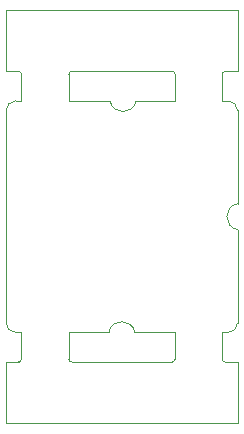
<source format=gbr>
%TF.GenerationSoftware,KiCad,Pcbnew,6.0.7+dfsg-1~bpo11+1*%
%TF.CreationDate,2022-10-12T02:23:59+00:00*%
%TF.ProjectId,0101-SERIAL-CP2102N,30313031-2d53-4455-9249-414c2d435032,V1.1*%
%TF.SameCoordinates,Original*%
%TF.FileFunction,Profile,NP*%
%FSLAX46Y46*%
G04 Gerber Fmt 4.6, Leading zero omitted, Abs format (unit mm)*
G04 Created by KiCad (PCBNEW 6.0.7+dfsg-1~bpo11+1) date 2022-10-12 02:23:59*
%MOMM*%
%LPD*%
G01*
G04 APERTURE LIST*
%TA.AperFunction,Profile*%
%ADD10C,0.050000*%
%TD*%
G04 APERTURE END LIST*
D10*
X8800000Y27300000D02*
X5300000Y27300000D01*
X0Y26500000D02*
X0Y8500000D01*
X5300000Y29550000D02*
X5300000Y27300000D01*
X1300000Y27300000D02*
X1300000Y29550000D01*
X0Y0D02*
X0Y5200000D01*
X14300000Y5450000D02*
X14300000Y7700000D01*
X18550000Y5200000D02*
X19600000Y5200000D01*
X14050000Y29800000D02*
X5550000Y29800000D01*
X14300000Y27300000D02*
X14300000Y29550000D01*
X800000Y27300000D02*
G75*
G03*
X0Y26500000I0J-800000D01*
G01*
X0Y35000000D02*
X19600000Y35000000D01*
X5300000Y7700000D02*
X5300000Y5450000D01*
X19600000Y5200000D02*
X19600000Y0D01*
X11000000Y27300000D02*
X14300000Y27300000D01*
X1050000Y5200000D02*
G75*
G03*
X1300000Y5450000I0J250000D01*
G01*
X0Y29800000D02*
X0Y35000000D01*
X1300000Y7700000D02*
X1300000Y5450000D01*
X18800000Y7700000D02*
G75*
G03*
X19600000Y8500000I0J800000D01*
G01*
X14300000Y29550000D02*
G75*
G03*
X14050000Y29800000I-250000J0D01*
G01*
X8800001Y27300000D02*
G75*
G03*
X10999999Y27300000I1099999J200000D01*
G01*
X18300000Y27300000D02*
X18300000Y29550000D01*
X0Y5200000D02*
X1050000Y5200000D01*
X5550000Y29800000D02*
G75*
G03*
X5300000Y29550000I0J-250000D01*
G01*
X18300000Y27300000D02*
X18800000Y27300000D01*
X19600000Y0D02*
X0Y0D01*
X19600000Y29800000D02*
X18550000Y29800000D01*
X19600000Y8500000D02*
X19600000Y16400000D01*
X19600000Y26500000D02*
X19600000Y18600000D01*
X1300000Y29550000D02*
G75*
G03*
X1050000Y29800000I-250000J0D01*
G01*
X19600000Y26500000D02*
G75*
G03*
X18800000Y27300000I-800000J0D01*
G01*
X19600000Y18599999D02*
G75*
G03*
X19600000Y16400001I200000J-1099999D01*
G01*
X5550000Y5200000D02*
X14050000Y5200000D01*
X0Y8500000D02*
G75*
G03*
X800000Y7700000I800000J0D01*
G01*
X18300000Y7700000D02*
X18300000Y5450000D01*
X5300000Y5450000D02*
G75*
G03*
X5550000Y5200000I250000J0D01*
G01*
X5300000Y7700000D02*
X8700000Y7700000D01*
X800000Y7700000D02*
X1300000Y7700000D01*
X1050000Y29800000D02*
X0Y29800000D01*
X14050000Y5200000D02*
G75*
G03*
X14300000Y5450000I0J250000D01*
G01*
X18300000Y5450000D02*
G75*
G03*
X18550000Y5200000I250000J0D01*
G01*
X10899999Y7700000D02*
G75*
G03*
X8700001Y7700000I-1099999J-200000D01*
G01*
X14300000Y7700000D02*
X10900000Y7700000D01*
X800000Y27300000D02*
X1300000Y27300000D01*
X19600000Y35000000D02*
X19600000Y29800000D01*
X18800000Y7700000D02*
X18300000Y7700000D01*
X18550000Y29800000D02*
G75*
G03*
X18300000Y29550000I0J-250000D01*
G01*
M02*

</source>
